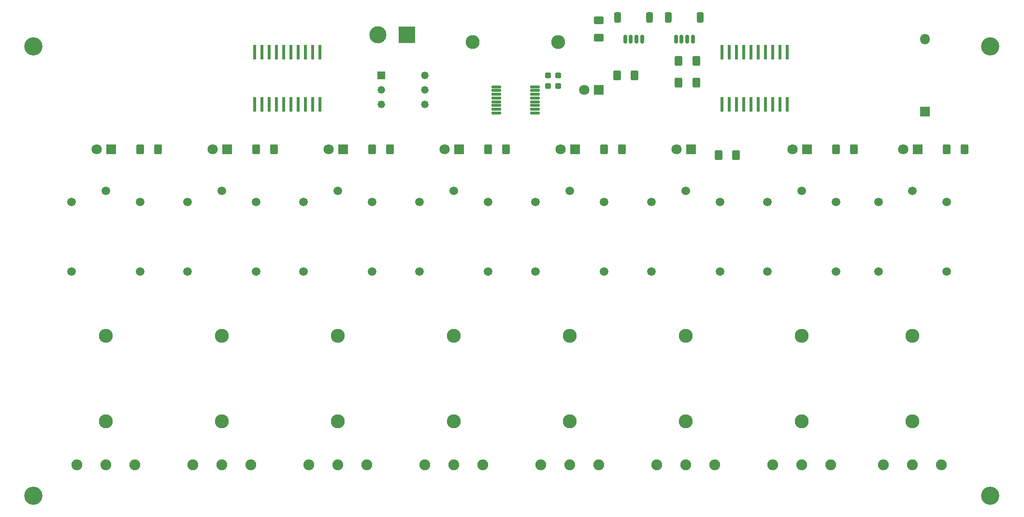
<source format=gbr>
%TF.GenerationSoftware,KiCad,Pcbnew,8.0.5*%
%TF.CreationDate,2024-09-24T14:10:05-04:00*%
%TF.ProjectId,MPD V1,4d504420-5631-42e6-9b69-6361645f7063,rev?*%
%TF.SameCoordinates,Original*%
%TF.FileFunction,Soldermask,Top*%
%TF.FilePolarity,Negative*%
%FSLAX46Y46*%
G04 Gerber Fmt 4.6, Leading zero omitted, Abs format (unit mm)*
G04 Created by KiCad (PCBNEW 8.0.5) date 2024-09-24 14:10:05*
%MOMM*%
%LPD*%
G01*
G04 APERTURE LIST*
G04 Aperture macros list*
%AMRoundRect*
0 Rectangle with rounded corners*
0 $1 Rounding radius*
0 $2 $3 $4 $5 $6 $7 $8 $9 X,Y pos of 4 corners*
0 Add a 4 corners polygon primitive as box body*
4,1,4,$2,$3,$4,$5,$6,$7,$8,$9,$2,$3,0*
0 Add four circle primitives for the rounded corners*
1,1,$1+$1,$2,$3*
1,1,$1+$1,$4,$5*
1,1,$1+$1,$6,$7*
1,1,$1+$1,$8,$9*
0 Add four rect primitives between the rounded corners*
20,1,$1+$1,$2,$3,$4,$5,0*
20,1,$1+$1,$4,$5,$6,$7,0*
20,1,$1+$1,$6,$7,$8,$9,0*
20,1,$1+$1,$8,$9,$2,$3,0*%
G04 Aperture macros list end*
%ADD10C,3.200000*%
%ADD11C,1.498600*%
%ADD12R,1.800000X1.800000*%
%ADD13C,1.800000*%
%ADD14C,1.905000*%
%ADD15C,2.454000*%
%ADD16RoundRect,0.150000X0.150000X0.625000X-0.150000X0.625000X-0.150000X-0.625000X0.150000X-0.625000X0*%
%ADD17RoundRect,0.250000X0.350000X0.650000X-0.350000X0.650000X-0.350000X-0.650000X0.350000X-0.650000X0*%
%ADD18RoundRect,0.250000X-0.400000X-0.625000X0.400000X-0.625000X0.400000X0.625000X-0.400000X0.625000X0*%
%ADD19O,1.800000X1.800000*%
%ADD20RoundRect,0.250000X0.625000X-0.400000X0.625000X0.400000X-0.625000X0.400000X-0.625000X-0.400000X0*%
%ADD21RoundRect,0.237500X-0.300000X-0.237500X0.300000X-0.237500X0.300000X0.237500X-0.300000X0.237500X0*%
%ADD22RoundRect,0.125000X-0.762500X-0.125000X0.762500X-0.125000X0.762500X0.125000X-0.762500X0.125000X0*%
%ADD23RoundRect,0.250000X0.400000X0.625000X-0.400000X0.625000X-0.400000X-0.625000X0.400000X-0.625000X0*%
%ADD24R,0.622132X2.602784*%
%ADD25R,1.320800X1.320800*%
%ADD26C,1.320800*%
%ADD27R,3.000000X3.000000*%
%ADD28C,3.000000*%
G04 APERTURE END LIST*
D10*
%TO.C,H3*%
X50800000Y-124460000D03*
%TD*%
D11*
%TO.C,K5*%
X130460000Y-85208451D03*
X130460000Y-73008450D03*
X124460002Y-71108451D03*
X118460004Y-73008450D03*
X118460004Y-85208451D03*
%TD*%
%TO.C,K8*%
X69500000Y-85208451D03*
X69500000Y-73008450D03*
X63500002Y-71108451D03*
X57500004Y-73008450D03*
X57500004Y-85208451D03*
%TD*%
D12*
%TO.C,LED6*%
X105060000Y-63793552D03*
D13*
X102520000Y-63793552D03*
%TD*%
D14*
%TO.C,Con4*%
X139700000Y-119071001D03*
X144780000Y-119071001D03*
X149860000Y-119071001D03*
%TD*%
D15*
%TO.C,F2*%
X185420000Y-111451001D03*
X185420000Y-96451001D03*
%TD*%
D16*
%TO.C,J2*%
X166340000Y-44515000D03*
X165340000Y-44515000D03*
X164340000Y-44515000D03*
X163340000Y-44515000D03*
D17*
X167640000Y-40640000D03*
X162040000Y-40640000D03*
%TD*%
D12*
%TO.C,LED4*%
X145699998Y-63793552D03*
D13*
X143159998Y-63793552D03*
%TD*%
D18*
%TO.C,R4*%
X150779998Y-63793552D03*
X153879998Y-63793552D03*
%TD*%
D15*
%TO.C,F3*%
X165100002Y-111451001D03*
X165100002Y-96451001D03*
%TD*%
D12*
%TO.C,D1*%
X207010000Y-57150000D03*
D19*
X207010000Y-44450000D03*
%TD*%
D18*
%TO.C,R8*%
X69500000Y-63793552D03*
X72600000Y-63793552D03*
%TD*%
D10*
%TO.C,H1*%
X50800000Y-45720000D03*
%TD*%
D14*
%TO.C,Con5*%
X119380002Y-119071001D03*
X124460002Y-119071001D03*
X129540002Y-119071001D03*
%TD*%
D15*
%TO.C,F6*%
X104140002Y-111451001D03*
X104140002Y-96451001D03*
%TD*%
D20*
%TO.C,R9*%
X149860000Y-44248000D03*
X149860000Y-41148000D03*
%TD*%
D12*
%TO.C,LED0*%
X149790000Y-53340000D03*
D13*
X147250000Y-53340000D03*
%TD*%
D18*
%TO.C,R7*%
X89820000Y-63793552D03*
X92920000Y-63793552D03*
%TD*%
D15*
%TO.C,F8*%
X63500002Y-111451001D03*
X63500002Y-96451001D03*
%TD*%
D14*
%TO.C,Con6*%
X99060002Y-119071001D03*
X104140002Y-119071001D03*
X109220002Y-119071001D03*
%TD*%
%TO.C,Con3*%
X160020002Y-119071001D03*
X165100002Y-119071001D03*
X170180002Y-119071001D03*
%TD*%
D11*
%TO.C,K1*%
X210820000Y-85208451D03*
X210820000Y-73008450D03*
X204820002Y-71108451D03*
X198820004Y-73008450D03*
X198820004Y-85208451D03*
%TD*%
D15*
%TO.C,F1*%
X204820002Y-111451001D03*
X204820002Y-96451001D03*
%TD*%
D21*
%TO.C,C1*%
X140970000Y-52705000D03*
X142695000Y-52705000D03*
%TD*%
D11*
%TO.C,K3*%
X171100000Y-85208451D03*
X171100000Y-73008450D03*
X165100002Y-71108451D03*
X159100004Y-73008450D03*
X159100004Y-85208451D03*
%TD*%
D16*
%TO.C,J1*%
X157450000Y-44515000D03*
X156450000Y-44515000D03*
X155450000Y-44515000D03*
X154450000Y-44515000D03*
D17*
X158750000Y-40640000D03*
X153150000Y-40640000D03*
%TD*%
D22*
%TO.C,U1*%
X131842500Y-52849502D03*
X131842500Y-53499502D03*
X131842500Y-54149502D03*
X131842500Y-54799502D03*
X131842500Y-55449502D03*
X131842500Y-56099502D03*
X131842500Y-56749502D03*
X131842500Y-57399502D03*
X138667500Y-57399502D03*
X138667500Y-56749502D03*
X138667500Y-56099502D03*
X138667500Y-55449502D03*
X138667500Y-54799502D03*
X138667500Y-54149502D03*
X138667500Y-53499502D03*
X138667500Y-52849502D03*
%TD*%
D23*
%TO.C,R11*%
X166930000Y-52070000D03*
X163830000Y-52070000D03*
%TD*%
D18*
%TO.C,R0*%
X153035000Y-50800000D03*
X156135000Y-50800000D03*
%TD*%
D15*
%TO.C,F5*%
X124460002Y-111451001D03*
X124460002Y-96451001D03*
%TD*%
D14*
%TO.C,Con1*%
X199740002Y-119071001D03*
X204820002Y-119071001D03*
X209900002Y-119071001D03*
%TD*%
D12*
%TO.C,LED8*%
X64420000Y-63793552D03*
D13*
X61880000Y-63793552D03*
%TD*%
D24*
%TO.C,U2*%
X100965000Y-46749007D03*
X99695000Y-46749007D03*
X98425000Y-46749007D03*
X97155000Y-46749007D03*
X95885000Y-46749007D03*
X94615000Y-46749007D03*
X93345000Y-46749007D03*
X92075000Y-46749007D03*
X90805000Y-46749007D03*
X89535000Y-46749007D03*
X89535000Y-55880000D03*
X90805000Y-55880000D03*
X92075000Y-55880000D03*
X93345000Y-55880000D03*
X94615000Y-55880000D03*
X95885000Y-55880000D03*
X97155000Y-55880000D03*
X98425000Y-55880000D03*
X99695000Y-55880000D03*
X100965000Y-55880000D03*
%TD*%
D18*
%TO.C,R5*%
X130460000Y-63793552D03*
X133560000Y-63793552D03*
%TD*%
%TO.C,R1*%
X210820000Y-63793552D03*
X213920000Y-63793552D03*
%TD*%
D25*
%TO.C,SW1*%
X111760000Y-50800000D03*
D26*
X111760000Y-53340000D03*
X111760000Y-55880000D03*
X119380000Y-55880000D03*
X119380000Y-53340000D03*
X119380000Y-50800000D03*
%TD*%
D11*
%TO.C,K4*%
X150779998Y-85208451D03*
X150779998Y-73008450D03*
X144780000Y-71108451D03*
X138780002Y-73008450D03*
X138780002Y-85208451D03*
%TD*%
D14*
%TO.C,Con7*%
X78740002Y-119071001D03*
X83820002Y-119071001D03*
X88900002Y-119071001D03*
%TD*%
D18*
%TO.C,R3*%
X170815000Y-64770000D03*
X173915000Y-64770000D03*
%TD*%
D11*
%TO.C,K2*%
X191419998Y-85208451D03*
X191419998Y-73008450D03*
X185420000Y-71108451D03*
X179420002Y-73008450D03*
X179420002Y-85208451D03*
%TD*%
D18*
%TO.C,R2*%
X191419998Y-63793552D03*
X194519998Y-63793552D03*
%TD*%
D21*
%TO.C,C2*%
X140970000Y-50800000D03*
X142695000Y-50800000D03*
%TD*%
D15*
%TO.C,F7*%
X83820002Y-111451001D03*
X83820002Y-96451001D03*
%TD*%
D12*
%TO.C,LED2*%
X186339998Y-63793552D03*
D13*
X183799998Y-63793552D03*
%TD*%
D15*
%TO.C,F4*%
X144780000Y-111451001D03*
X144780000Y-96451001D03*
%TD*%
D27*
%TO.C,J5*%
X116205000Y-43694502D03*
D28*
X111125000Y-43694502D03*
%TD*%
D14*
%TO.C,Con2*%
X180340000Y-119071001D03*
X185420000Y-119071001D03*
X190500000Y-119071001D03*
%TD*%
D18*
%TO.C,R6*%
X110140000Y-63793552D03*
X113240000Y-63793552D03*
%TD*%
D23*
%TO.C,R10*%
X166930000Y-48260000D03*
X163830000Y-48260000D03*
%TD*%
D12*
%TO.C,LED7*%
X84740000Y-63793552D03*
D13*
X82200000Y-63793552D03*
%TD*%
D12*
%TO.C,LED3*%
X166020000Y-63793552D03*
D13*
X163480000Y-63793552D03*
%TD*%
D11*
%TO.C,K7*%
X89820000Y-85208451D03*
X89820000Y-73008450D03*
X83820002Y-71108451D03*
X77820004Y-73008450D03*
X77820004Y-85208451D03*
%TD*%
D12*
%TO.C,LED1*%
X205740000Y-63793552D03*
D13*
X203200000Y-63793552D03*
%TD*%
D15*
%TO.C,F0*%
X127755000Y-44964502D03*
X142755000Y-44964502D03*
%TD*%
D24*
%TO.C,U3*%
X182880000Y-46749007D03*
X181610000Y-46749007D03*
X180340000Y-46749007D03*
X179070000Y-46749007D03*
X177800000Y-46749007D03*
X176530000Y-46749007D03*
X175260000Y-46749007D03*
X173990000Y-46749007D03*
X172720000Y-46749007D03*
X171450000Y-46749007D03*
X171450000Y-55880000D03*
X172720000Y-55880000D03*
X173990000Y-55880000D03*
X175260000Y-55880000D03*
X176530000Y-55880000D03*
X177800000Y-55880000D03*
X179070000Y-55880000D03*
X180340000Y-55880000D03*
X181610000Y-55880000D03*
X182880000Y-55880000D03*
%TD*%
D14*
%TO.C,Con8*%
X58420002Y-119071001D03*
X63500002Y-119071001D03*
X68580002Y-119071001D03*
%TD*%
D12*
%TO.C,LED5*%
X125380000Y-63793552D03*
D13*
X122840000Y-63793552D03*
%TD*%
D11*
%TO.C,K6*%
X110140000Y-85208451D03*
X110140000Y-73008450D03*
X104140002Y-71108451D03*
X98140004Y-73008450D03*
X98140004Y-85208451D03*
%TD*%
D10*
%TO.C,H4*%
X218440000Y-124460000D03*
%TD*%
%TO.C,H2*%
X218440000Y-45720000D03*
%TD*%
M02*

</source>
